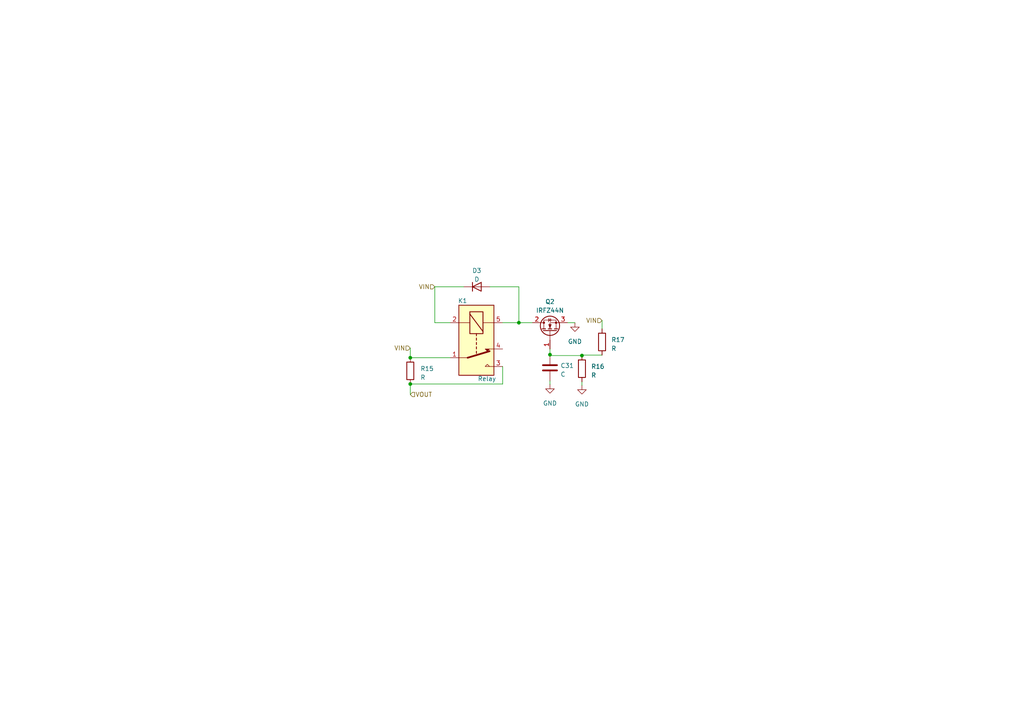
<source format=kicad_sch>
(kicad_sch (version 20230409) (generator eeschema)
  (paper "A4")
  (lib_symbols
    (symbol "Device:C" (pin_numbers hide) (pin_names (offset 0.254))
      (property "Reference" "C" (at 0.635 2.54 0))
      (property "Value" "C" (at 0.635 -2.54 0))
      (symbol "C_0_1"
        (polyline (pts (xy -2.032 -0.762) (xy 2.032 -0.762)) (stroke (width 0.508)))
        (polyline (pts (xy -2.032 0.762) (xy 2.032 0.762)) (stroke (width 0.508)))
      )
      (symbol "C_1_1"
        (pin passive line (at 0 3.81 270) (length 2.794) (name "~") (number "1"))
        (pin passive line (at 0 -3.81 90) (length 2.794) (name "~") (number "2"))
      )
    )
    (symbol "Device:D" (pin_numbers hide) (pin_names (offset 1.016) hide)
      (property "Reference" "D" (at 0 2.54 0))
      (property "Value" "D" (at 0 -2.54 0))
      (symbol "D_0_1"
        (polyline (pts (xy -1.27 1.27) (xy -1.27 -1.27)) (stroke (width 0.254)))
        (polyline (pts (xy 1.27 0) (xy -1.27 0)))
        (polyline (pts (xy 1.27 1.27) (xy 1.27 -1.27) (xy -1.27 0) (xy 1.27 1.27)) (stroke (width 0.254)))
      )
      (symbol "D_1_1"
        (pin passive line (at -3.81 0 0) (length 2.54) (name "K") (number "1"))
        (pin passive line (at 3.81 0 180) (length 2.54) (name "A") (number "2"))
      )
    )
    (symbol "Device:R" (pin_numbers hide) (pin_names (offset 0))
      (property "Reference" "R" (at 2.032 0 90))
      (property "Value" "R" (at 0 0 90))
      (symbol "R_0_1"
        (rectangle (start -1.016 -2.54) (end 1.016 2.54) (stroke (width 0.254)))
      )
      (symbol "R_1_1"
        (pin passive line (at 0 3.81 270) (length 1.27) (name "~") (number "1"))
        (pin passive line (at 0 -3.81 90) (length 1.27) (name "~") (number "2"))
      )
    )
    (symbol "Relay:SANYOU_SRD_Form_C"
      (property "Reference" "K" (at 11.43 3.81 0))
      (property "Value" "SANYOU_SRD_Form_C" (at 11.43 1.27 0))
      (symbol "SANYOU_SRD_Form_C_0_0"
        (polyline (pts (xy 7.62 5.08) (xy 7.62 2.54) (xy 6.985 3.175) (xy 7.62 3.81)))
      )
      (symbol "SANYOU_SRD_Form_C_0_1"
        (rectangle (start -10.16 5.08) (end 10.16 -5.08) (stroke (width 0.254)) (fill (type background)))
        (rectangle (start -8.255 1.905) (end -1.905 -1.905) (stroke (width 0.254)))
        (polyline (pts (xy -7.62 -1.905) (xy -2.54 1.905)) (stroke (width 0.254)))
        (polyline (pts (xy -5.08 -5.08) (xy -5.08 -1.905)))
        (polyline (pts (xy -5.08 5.08) (xy -5.08 1.905)))
        (polyline (pts (xy -1.905 0) (xy -1.27 0)) (stroke (width 0.254)))
        (polyline (pts (xy -0.635 0) (xy 0 0)) (stroke (width 0.254)))
        (polyline (pts (xy 0.635 0) (xy 1.27 0)) (stroke (width 0.254)))
        (polyline (pts (xy 1.905 0) (xy 2.54 0)) (stroke (width 0.254)))
        (polyline (pts (xy 3.175 0) (xy 3.81 0)) (stroke (width 0.254)))
        (polyline (pts (xy 5.08 -2.54) (xy 3.175 3.81)) (stroke (width 0.508)))
        (polyline (pts (xy 5.08 -2.54) (xy 5.08 -5.08)))
      )
      (symbol "SANYOU_SRD_Form_C_1_1"
        (polyline (pts (xy 2.54 3.81) (xy 3.175 3.175) (xy 2.54 2.54) (xy 2.54 5.08)) (fill (type outline)))
        (pin passive line (at 5.08 -7.62 90) (length 2.54) (name "~") (number "1"))
        (pin passive line (at -5.08 -7.62 90) (length 2.54) (name "~") (number "2"))
        (pin passive line (at 7.62 7.62 270) (length 2.54) (name "~") (number "3"))
        (pin passive line (at 2.54 7.62 270) (length 2.54) (name "~") (number "4"))
        (pin passive line (at -5.08 7.62 270) (length 2.54) (name "~") (number "5"))
      )
    )
    (symbol "Transistor_FET:IRF3205" (pin_names hide)
      (property "Reference" "Q" (at 6.35 1.905 0))
      (property "Value" "IRF3205" (at 6.35 0 0))
      (symbol "IRF3205_0_1"
        (polyline (pts (xy 0.254 0) (xy -2.54 0)))
        (polyline (pts (xy 0.254 1.905) (xy 0.254 -1.905)) (stroke (width 0.254)))
        (polyline (pts (xy 0.762 -1.27) (xy 0.762 -2.286)) (stroke (width 0.254)))
        (polyline (pts (xy 0.762 0.508) (xy 0.762 -0.508)) (stroke (width 0.254)))
        (polyline (pts (xy 0.762 2.286) (xy 0.762 1.27)) (stroke (width 0.254)))
        (polyline (pts (xy 2.54 2.54) (xy 2.54 1.778)))
        (polyline (pts (xy 2.54 -2.54) (xy 2.54 0) (xy 0.762 0)))
        (polyline (pts (xy 0.762 -1.778) (xy 3.302 -1.778) (xy 3.302 1.778) (xy 0.762 1.778)))
        (polyline (pts (xy 1.016 0) (xy 2.032 0.381) (xy 2.032 -0.381) (xy 1.016 0)) (fill (type outline)))
        (polyline (pts (xy 2.794 0.508) (xy 2.921 0.381) (xy 3.683 0.381) (xy 3.81 0.254)))
        (polyline (pts (xy 3.302 0.381) (xy 2.921 -0.254) (xy 3.683 -0.254) (xy 3.302 0.381)))
        (circle (center 1.651 0) (radius 2.794) (stroke (width 0.254)))
        (circle (center 2.54 -1.778) (radius 0.254) (fill (type outline)))
        (circle (center 2.54 1.778) (radius 0.254) (fill (type outline)))
      )
      (symbol "IRF3205_1_1"
        (pin input line (at -5.08 0 0) (length 2.54) (name "G") (number "1"))
        (pin passive line (at 2.54 5.08 270) (length 2.54) (name "D") (number "2"))
        (pin passive line (at 2.54 -5.08 90) (length 2.54) (name "S") (number "3"))
      )
    )
    (symbol "power:GND" (power) (pin_names (offset 0))
      (property "Value" "GND" (at 0 -3.81 0))
      (symbol "GND_0_1"
        (polyline (pts (xy 0 0) (xy 0 -1.27) (xy 1.27 -1.27) (xy 0 -2.54) (xy -1.27 -1.27) (xy 0 -1.27)))
      )
      (symbol "GND_1_1"
        (pin power_in line (at 0 0 270) (length 0) hide (name "GND") (number "1"))
      )
    )
  )
  (junction (at 159.512 102.87))
  (junction (at 118.999 111.379))
  (junction (at 168.783 103.124))
  (junction (at 118.999 103.759))
  (junction (at 150.495 93.599))
  (wire (pts (xy 159.512 101.219) (xy 159.512 102.87)))
  (wire (pts (xy 164.592 93.599) (xy 166.751 93.599)))
  (wire (pts (xy 150.495 93.599) (xy 154.432 93.599)))
  (wire (pts (xy 118.999 103.759) (xy 130.556 103.759)))
  (wire (pts (xy 168.783 102.997) (xy 168.783 103.124)))
  (wire (pts (xy 118.999 111.379) (xy 118.999 114.427)))
  (wire (pts (xy 118.999 100.965) (xy 118.999 103.759)))
  (wire (pts (xy 150.495 83.185) (xy 142.113 83.185)))
  (wire (pts (xy 174.625 92.964) (xy 174.625 95.377)))
  (wire (pts (xy 126.111 93.599) (xy 130.556 93.599)))
  (wire (pts (xy 168.783 110.744) (xy 168.783 111.76)))
  (wire (pts (xy 150.495 93.599) (xy 150.495 83.185)))
  (wire (pts (xy 174.625 102.997) (xy 168.783 102.997)))
  (wire (pts (xy 168.783 103.124) (xy 159.512 103.124)))
  (wire (pts (xy 118.999 111.379) (xy 145.796 111.379)))
  (wire (pts (xy 145.796 93.599) (xy 150.495 93.599)))
  (wire (pts (xy 126.111 83.185) (xy 126.111 93.599)))
  (wire (pts (xy 134.493 83.185) (xy 126.111 83.185)))
  (wire (pts (xy 159.512 110.49) (xy 159.512 111.506)))
  (wire (pts (xy 159.512 103.124) (xy 159.512 102.87)))
  (wire (pts (xy 145.796 111.379) (xy 145.796 106.299)))
  (hierarchical_label "VIN" (shape input) (at 174.625 92.964 180))
  (hierarchical_label "VIN" (shape input) (at 126.111 83.185 180))
  (hierarchical_label "VOUT" (shape input) (at 118.999 114.427 0))
  (hierarchical_label "VIN" (shape input) (at 118.999 100.965 180))
  (symbol (lib_id "Device:R") (at 168.783 106.934 0) (unit 1)
    (property "Reference" "R16" (at 171.45 106.299 0) (effects (justify left)))
    (property "Value" "R" (at 171.45 108.839 0) (effects (justify left)))
  )
  (symbol (lib_id "Device:C") (at 159.512 106.68 0) (unit 1)
    (property "Reference" "C31" (at 162.56 106.045 0) (effects (justify left)))
    (property "Value" "C" (at 162.56 108.585 0) (effects (justify left)))
  )
  (symbol (lib_id "Device:D") (at 138.303 83.185 0) (unit 1)
    (property "Reference" "D3" (at 138.303 78.486 0))
    (property "Value" "D" (at 138.303 81.026 0))
    (property "Sim.Device" "D" (effects hide))
    (property "Sim.Pins" "1=K 2=A" (effects hide))
  )
  (symbol (lib_id "Device:R") (at 174.625 99.187 0) (unit 1)
    (property "Reference" "R17" (at 177.292 98.552 0) (effects (justify left)))
    (property "Value" "R" (at 177.292 101.092 0) (effects (justify left)))
  )
  (symbol (lib_id "Transistor_FET:IRF3205") (at 159.512 96.139 90) (unit 1)
    (property "Reference" "Q2" (at 159.512 87.503 90))
    (property "Value" "IRFZ44N" (at 159.512 90.043 90))
    (property "Footprint" "Package_TO_SOT_THT:TO-220-3_Vertical" (effects hide))
    (property "Datasheet" "http://www.irf.com/product-info/datasheets/data/irf3205.pdf" (effects hide))
  )
  (symbol (lib_id "Device:R") (at 118.999 107.569 0) (unit 1)
    (property "Reference" "R15" (at 121.92 106.934 0) (effects (justify left)))
    (property "Value" "R" (at 121.92 109.474 0) (effects (justify left)))
  )
  (symbol (lib_id "power:GND") (at 159.512 111.506 0) (unit 1)
    (property "Reference" "#PWR017" (effects hide))
    (property "Value" "GND" (at 159.512 116.967 0))
  )
  (symbol (lib_id "Relay:SANYOU_SRD_Form_C") (at 138.176 98.679 270) (unit 1)
    (property "Reference" "K1" (at 132.842 87.249 90) (effects (justify left)))
    (property "Value" "Relay" (at 138.557 109.855 90) (effects (justify left)))
    (property "Footprint" "Relay_THT:Relay_SPDT_SANYOU_SRD_Series_Form_C" (effects hide))
    (property "Datasheet" "http://www.sanyourelay.ca/public/products/pdf/SRD.pdf" (effects hide))
  )
  (symbol (lib_id "power:GND") (at 166.751 93.599 0) (unit 1)
    (property "Reference" "#PWR013" (effects hide))
    (property "Value" "GND" (at 166.751 99.06 0))
  )
  (symbol (lib_id "power:GND") (at 168.783 111.76 0) (unit 1)
    (property "Reference" "#PWR024" (effects hide))
    (property "Value" "GND" (at 168.783 117.221 0))
  )
)
</source>
